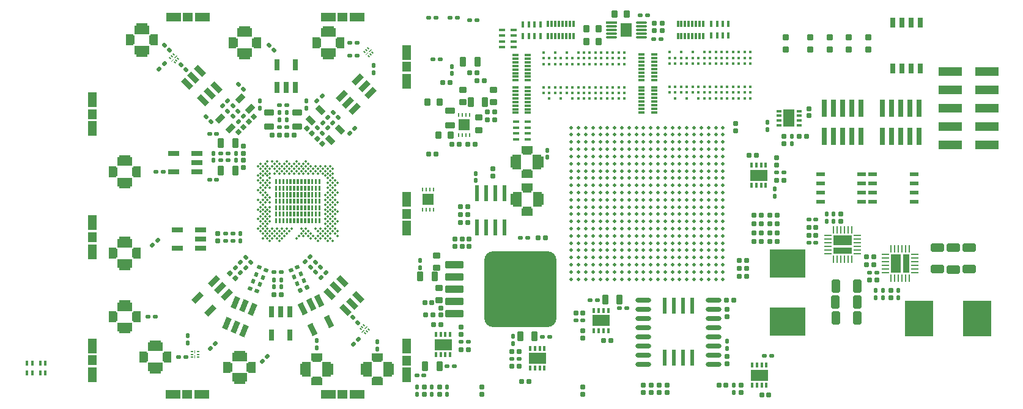
<source format=gtp>
G04 Layer_Color=8421504*
%FSLAX44Y44*%
%MOMM*%
G71*
G01*
G75*
%ADD18R,0.5500X2.2000*%
%ADD19C,0.3500*%
%ADD20R,0.2000X0.2000*%
G04:AMPARAMS|DCode=21|XSize=1mm|YSize=0.9mm|CornerRadius=0.1125mm|HoleSize=0mm|Usage=FLASHONLY|Rotation=0.000|XOffset=0mm|YOffset=0mm|HoleType=Round|Shape=RoundedRectangle|*
%AMROUNDEDRECTD21*
21,1,1.0000,0.6750,0,0,0.0*
21,1,0.7750,0.9000,0,0,0.0*
1,1,0.2250,0.3875,-0.3375*
1,1,0.2250,-0.3875,-0.3375*
1,1,0.2250,-0.3875,0.3375*
1,1,0.2250,0.3875,0.3375*
%
%ADD21ROUNDEDRECTD21*%
G04:AMPARAMS|DCode=22|XSize=1.6mm|YSize=0.3mm|CornerRadius=0.0375mm|HoleSize=0mm|Usage=FLASHONLY|Rotation=0.000|XOffset=0mm|YOffset=0mm|HoleType=Round|Shape=RoundedRectangle|*
%AMROUNDEDRECTD22*
21,1,1.6000,0.2250,0,0,0.0*
21,1,1.5250,0.3000,0,0,0.0*
1,1,0.0750,0.7625,-0.1125*
1,1,0.0750,-0.7625,-0.1125*
1,1,0.0750,-0.7625,0.1125*
1,1,0.0750,0.7625,0.1125*
%
%ADD22ROUNDEDRECTD22*%
%ADD23O,1.6000X0.3000*%
G04:AMPARAMS|DCode=24|XSize=1.6mm|YSize=1.9mm|CornerRadius=0.2mm|HoleSize=0mm|Usage=FLASHONLY|Rotation=180.000|XOffset=0mm|YOffset=0mm|HoleType=Round|Shape=RoundedRectangle|*
%AMROUNDEDRECTD24*
21,1,1.6000,1.5000,0,0,180.0*
21,1,1.2000,1.9000,0,0,180.0*
1,1,0.4000,-0.6000,0.7500*
1,1,0.4000,0.6000,0.7500*
1,1,0.4000,0.6000,-0.7500*
1,1,0.4000,-0.6000,-0.7500*
%
%ADD24ROUNDEDRECTD24*%
%ADD25R,2.3500X1.6000*%
%ADD26R,0.3000X0.7000*%
%ADD27R,0.7000X0.3000*%
%ADD28R,1.6000X2.3500*%
G04:AMPARAMS|DCode=29|XSize=0.6mm|YSize=0.6mm|CornerRadius=0.06mm|HoleSize=0mm|Usage=FLASHONLY|Rotation=0.000|XOffset=0mm|YOffset=0mm|HoleType=Round|Shape=RoundedRectangle|*
%AMROUNDEDRECTD29*
21,1,0.6000,0.4800,0,0,0.0*
21,1,0.4800,0.6000,0,0,0.0*
1,1,0.1200,0.2400,-0.2400*
1,1,0.1200,-0.2400,-0.2400*
1,1,0.1200,-0.2400,0.2400*
1,1,0.1200,0.2400,0.2400*
%
%ADD29ROUNDEDRECTD29*%
%ADD30R,1.0000X1.5500*%
%ADD31R,1.6000X1.2000*%
%ADD32R,1.2000X1.2000*%
%ADD33R,2.1500X1.2000*%
G04:AMPARAMS|DCode=34|XSize=0.5mm|YSize=0.6mm|CornerRadius=0.05mm|HoleSize=0mm|Usage=FLASHONLY|Rotation=180.000|XOffset=0mm|YOffset=0mm|HoleType=Round|Shape=RoundedRectangle|*
%AMROUNDEDRECTD34*
21,1,0.5000,0.5000,0,0,180.0*
21,1,0.4000,0.6000,0,0,180.0*
1,1,0.1000,-0.2000,0.2500*
1,1,0.1000,0.2000,0.2500*
1,1,0.1000,0.2000,-0.2500*
1,1,0.1000,-0.2000,-0.2500*
%
%ADD34ROUNDEDRECTD34*%
G04:AMPARAMS|DCode=35|XSize=0.5mm|YSize=0.6mm|CornerRadius=0.05mm|HoleSize=0mm|Usage=FLASHONLY|Rotation=90.000|XOffset=0mm|YOffset=0mm|HoleType=Round|Shape=RoundedRectangle|*
%AMROUNDEDRECTD35*
21,1,0.5000,0.5000,0,0,90.0*
21,1,0.4000,0.6000,0,0,90.0*
1,1,0.1000,0.2500,0.2000*
1,1,0.1000,0.2500,-0.2000*
1,1,0.1000,-0.2500,-0.2000*
1,1,0.1000,-0.2500,0.2000*
%
%ADD35ROUNDEDRECTD35*%
G04:AMPARAMS|DCode=36|XSize=0.6mm|YSize=0.6mm|CornerRadius=0.06mm|HoleSize=0mm|Usage=FLASHONLY|Rotation=270.000|XOffset=0mm|YOffset=0mm|HoleType=Round|Shape=RoundedRectangle|*
%AMROUNDEDRECTD36*
21,1,0.6000,0.4800,0,0,270.0*
21,1,0.4800,0.6000,0,0,270.0*
1,1,0.1200,-0.2400,-0.2400*
1,1,0.1200,-0.2400,0.2400*
1,1,0.1200,0.2400,0.2400*
1,1,0.1200,0.2400,-0.2400*
%
%ADD36ROUNDEDRECTD36*%
G04:AMPARAMS|DCode=37|XSize=1.3mm|YSize=0.8mm|CornerRadius=0.1mm|HoleSize=0mm|Usage=FLASHONLY|Rotation=90.000|XOffset=0mm|YOffset=0mm|HoleType=Round|Shape=RoundedRectangle|*
%AMROUNDEDRECTD37*
21,1,1.3000,0.6000,0,0,90.0*
21,1,1.1000,0.8000,0,0,90.0*
1,1,0.2000,0.3000,0.5500*
1,1,0.2000,0.3000,-0.5500*
1,1,0.2000,-0.3000,-0.5500*
1,1,0.2000,-0.3000,0.5500*
%
%ADD37ROUNDEDRECTD37*%
%ADD38R,0.2500X0.6250*%
%ADD39R,1.6000X1.6000*%
G04:AMPARAMS|DCode=40|XSize=2.5mm|YSize=1.1mm|CornerRadius=0.1375mm|HoleSize=0mm|Usage=FLASHONLY|Rotation=180.000|XOffset=0mm|YOffset=0mm|HoleType=Round|Shape=RoundedRectangle|*
%AMROUNDEDRECTD40*
21,1,2.5000,0.8250,0,0,180.0*
21,1,2.2250,1.1000,0,0,180.0*
1,1,0.2750,-1.1125,0.4125*
1,1,0.2750,1.1125,0.4125*
1,1,0.2750,1.1125,-0.4125*
1,1,0.2750,-1.1125,-0.4125*
%
%ADD40ROUNDEDRECTD40*%
G04:AMPARAMS|DCode=41|XSize=10mm|YSize=10.5mm|CornerRadius=1.25mm|HoleSize=0mm|Usage=FLASHONLY|Rotation=180.000|XOffset=0mm|YOffset=0mm|HoleType=Round|Shape=RoundedRectangle|*
%AMROUNDEDRECTD41*
21,1,10.0000,8.0000,0,0,180.0*
21,1,7.5000,10.5000,0,0,180.0*
1,1,2.5000,-3.7500,4.0000*
1,1,2.5000,3.7500,4.0000*
1,1,2.5000,3.7500,-4.0000*
1,1,2.5000,-3.7500,-4.0000*
%
%ADD41ROUNDEDRECTD41*%
%ADD42R,0.9000X2.5500*%
%ADD43R,1.4000X2.5500*%
%ADD44R,1.0000X0.2500*%
%ADD45R,0.2500X1.0000*%
G04:AMPARAMS|DCode=46|XSize=1.8mm|YSize=1.15mm|CornerRadius=0.1437mm|HoleSize=0mm|Usage=FLASHONLY|Rotation=0.000|XOffset=0mm|YOffset=0mm|HoleType=Round|Shape=RoundedRectangle|*
%AMROUNDEDRECTD46*
21,1,1.8000,0.8625,0,0,0.0*
21,1,1.5125,1.1500,0,0,0.0*
1,1,0.2875,0.7562,-0.4313*
1,1,0.2875,-0.7562,-0.4313*
1,1,0.2875,-0.7562,0.4313*
1,1,0.2875,0.7562,0.4313*
%
%ADD46ROUNDEDRECTD46*%
G04:AMPARAMS|DCode=47|XSize=1.3mm|YSize=0.8mm|CornerRadius=0.1mm|HoleSize=0mm|Usage=FLASHONLY|Rotation=180.000|XOffset=0mm|YOffset=0mm|HoleType=Round|Shape=RoundedRectangle|*
%AMROUNDEDRECTD47*
21,1,1.3000,0.6000,0,0,180.0*
21,1,1.1000,0.8000,0,0,180.0*
1,1,0.2000,-0.5500,0.3000*
1,1,0.2000,0.5500,0.3000*
1,1,0.2000,0.5500,-0.3000*
1,1,0.2000,-0.5500,-0.3000*
%
%ADD47ROUNDEDRECTD47*%
G04:AMPARAMS|DCode=48|XSize=1.3mm|YSize=0.8mm|CornerRadius=0.1mm|HoleSize=0mm|Usage=FLASHONLY|Rotation=225.000|XOffset=0mm|YOffset=0mm|HoleType=Round|Shape=RoundedRectangle|*
%AMROUNDEDRECTD48*
21,1,1.3000,0.6000,0,0,225.0*
21,1,1.1000,0.8000,0,0,225.0*
1,1,0.2000,-0.6010,-0.1768*
1,1,0.2000,0.1768,0.6010*
1,1,0.2000,0.6010,0.1768*
1,1,0.2000,-0.1768,-0.6010*
%
%ADD48ROUNDEDRECTD48*%
G04:AMPARAMS|DCode=49|XSize=1.3mm|YSize=0.8mm|CornerRadius=0.1mm|HoleSize=0mm|Usage=FLASHONLY|Rotation=135.000|XOffset=0mm|YOffset=0mm|HoleType=Round|Shape=RoundedRectangle|*
%AMROUNDEDRECTD49*
21,1,1.3000,0.6000,0,0,135.0*
21,1,1.1000,0.8000,0,0,135.0*
1,1,0.2000,-0.1768,0.6010*
1,1,0.2000,0.6010,-0.1768*
1,1,0.2000,0.1768,-0.6010*
1,1,0.2000,-0.6010,0.1768*
%
%ADD49ROUNDEDRECTD49*%
G04:AMPARAMS|DCode=50|XSize=0.5mm|YSize=0.6mm|CornerRadius=0.05mm|HoleSize=0mm|Usage=FLASHONLY|Rotation=247.500|XOffset=0mm|YOffset=0mm|HoleType=Round|Shape=RoundedRectangle|*
%AMROUNDEDRECTD50*
21,1,0.5000,0.5000,0,0,247.5*
21,1,0.4000,0.6000,0,0,247.5*
1,1,0.1000,-0.3075,-0.0891*
1,1,0.1000,-0.1544,0.2804*
1,1,0.1000,0.3075,0.0891*
1,1,0.1000,0.1544,-0.2804*
%
%ADD50ROUNDEDRECTD50*%
%ADD51R,2.5500X0.9000*%
%ADD52R,2.5500X1.4000*%
%ADD53R,4.0000X5.0000*%
G04:AMPARAMS|DCode=54|XSize=0.5mm|YSize=0.6mm|CornerRadius=0.05mm|HoleSize=0mm|Usage=FLASHONLY|Rotation=45.000|XOffset=0mm|YOffset=0mm|HoleType=Round|Shape=RoundedRectangle|*
%AMROUNDEDRECTD54*
21,1,0.5000,0.5000,0,0,45.0*
21,1,0.4000,0.6000,0,0,45.0*
1,1,0.1000,0.3182,-0.0354*
1,1,0.1000,0.0354,-0.3182*
1,1,0.1000,-0.3182,0.0354*
1,1,0.1000,-0.0354,0.3182*
%
%ADD54ROUNDEDRECTD54*%
%ADD55R,1.5500X1.0000*%
%ADD56R,1.2000X1.6000*%
%ADD57R,1.2000X1.2000*%
%ADD58R,1.2000X2.1500*%
G04:AMPARAMS|DCode=59|XSize=0.5mm|YSize=0.6mm|CornerRadius=0.05mm|HoleSize=0mm|Usage=FLASHONLY|Rotation=157.500|XOffset=0mm|YOffset=0mm|HoleType=Round|Shape=RoundedRectangle|*
%AMROUNDEDRECTD59*
21,1,0.5000,0.5000,0,0,157.5*
21,1,0.4000,0.6000,0,0,157.5*
1,1,0.1000,-0.0891,0.3075*
1,1,0.1000,0.2804,0.1544*
1,1,0.1000,0.0891,-0.3075*
1,1,0.1000,-0.2804,-0.1544*
%
%ADD59ROUNDEDRECTD59*%
G04:AMPARAMS|DCode=60|XSize=0.6mm|YSize=0.6mm|CornerRadius=0.06mm|HoleSize=0mm|Usage=FLASHONLY|Rotation=45.000|XOffset=0mm|YOffset=0mm|HoleType=Round|Shape=RoundedRectangle|*
%AMROUNDEDRECTD60*
21,1,0.6000,0.4800,0,0,45.0*
21,1,0.4800,0.6000,0,0,45.0*
1,1,0.1200,0.3394,0.0000*
1,1,0.1200,0.0000,-0.3394*
1,1,0.1200,-0.3394,0.0000*
1,1,0.1200,0.0000,0.3394*
%
%ADD60ROUNDEDRECTD60*%
G04:AMPARAMS|DCode=61|XSize=0.5mm|YSize=0.6mm|CornerRadius=0.05mm|HoleSize=0mm|Usage=FLASHONLY|Rotation=315.000|XOffset=0mm|YOffset=0mm|HoleType=Round|Shape=RoundedRectangle|*
%AMROUNDEDRECTD61*
21,1,0.5000,0.5000,0,0,315.0*
21,1,0.4000,0.6000,0,0,315.0*
1,1,0.1000,-0.0354,-0.3182*
1,1,0.1000,-0.3182,-0.0354*
1,1,0.1000,0.0354,0.3182*
1,1,0.1000,0.3182,0.0354*
%
%ADD61ROUNDEDRECTD61*%
G04:AMPARAMS|DCode=62|XSize=0.5mm|YSize=0.6mm|CornerRadius=0.05mm|HoleSize=0mm|Usage=FLASHONLY|Rotation=205.000|XOffset=0mm|YOffset=0mm|HoleType=Round|Shape=RoundedRectangle|*
%AMROUNDEDRECTD62*
21,1,0.5000,0.5000,0,0,205.0*
21,1,0.4000,0.6000,0,0,205.0*
1,1,0.1000,-0.2869,0.1421*
1,1,0.1000,0.0756,0.3111*
1,1,0.1000,0.2869,-0.1421*
1,1,0.1000,-0.0756,-0.3111*
%
%ADD62ROUNDEDRECTD62*%
G04:AMPARAMS|DCode=63|XSize=0.5mm|YSize=0.6mm|CornerRadius=0.05mm|HoleSize=0mm|Usage=FLASHONLY|Rotation=295.000|XOffset=0mm|YOffset=0mm|HoleType=Round|Shape=RoundedRectangle|*
%AMROUNDEDRECTD63*
21,1,0.5000,0.5000,0,0,295.0*
21,1,0.4000,0.6000,0,0,295.0*
1,1,0.1000,-0.1421,-0.2869*
1,1,0.1000,-0.3111,0.0756*
1,1,0.1000,0.1421,0.2869*
1,1,0.1000,0.3111,-0.0756*
%
%ADD63ROUNDEDRECTD63*%
G04:AMPARAMS|DCode=64|XSize=0.6mm|YSize=0.6mm|CornerRadius=0.06mm|HoleSize=0mm|Usage=FLASHONLY|Rotation=135.000|XOffset=0mm|YOffset=0mm|HoleType=Round|Shape=RoundedRectangle|*
%AMROUNDEDRECTD64*
21,1,0.6000,0.4800,0,0,135.0*
21,1,0.4800,0.6000,0,0,135.0*
1,1,0.1200,0.0000,0.3394*
1,1,0.1200,0.3394,0.0000*
1,1,0.1200,0.0000,-0.3394*
1,1,0.1200,-0.3394,0.0000*
%
%ADD64ROUNDEDRECTD64*%
G04:AMPARAMS|DCode=65|XSize=0.76mm|YSize=1.65mm|CornerRadius=0mm|HoleSize=0mm|Usage=FLASHONLY|Rotation=45.000|XOffset=0mm|YOffset=0mm|HoleType=Round|Shape=Rectangle|*
%AMROTATEDRECTD65*
4,1,4,0.3147,-0.8521,-0.8521,0.3147,-0.3147,0.8521,0.8521,-0.3147,0.3147,-0.8521,0.0*
%
%ADD65ROTATEDRECTD65*%

%ADD66R,1.6500X0.7600*%
G04:AMPARAMS|DCode=67|XSize=0.76mm|YSize=1.65mm|CornerRadius=0mm|HoleSize=0mm|Usage=FLASHONLY|Rotation=135.000|XOffset=0mm|YOffset=0mm|HoleType=Round|Shape=Rectangle|*
%AMROTATEDRECTD67*
4,1,4,0.8521,0.3147,-0.3147,-0.8521,-0.8521,-0.3147,0.3147,0.8521,0.8521,0.3147,0.0*
%
%ADD67ROTATEDRECTD67*%

%ADD68R,0.7600X1.6500*%
G04:AMPARAMS|DCode=69|XSize=1.8mm|YSize=1.15mm|CornerRadius=0.1437mm|HoleSize=0mm|Usage=FLASHONLY|Rotation=270.000|XOffset=0mm|YOffset=0mm|HoleType=Round|Shape=RoundedRectangle|*
%AMROUNDEDRECTD69*
21,1,1.8000,0.8625,0,0,270.0*
21,1,1.5125,1.1500,0,0,270.0*
1,1,0.2875,-0.4313,-0.7562*
1,1,0.2875,-0.4313,0.7562*
1,1,0.2875,0.4313,0.7562*
1,1,0.2875,0.4313,-0.7562*
%
%ADD69ROUNDEDRECTD69*%
%ADD70O,2.2000X0.6000*%
%ADD73R,3.2004X1.2700*%
G04:AMPARAMS|DCode=74|XSize=0.7mm|YSize=0.4mm|CornerRadius=0.05mm|HoleSize=0mm|Usage=FLASHONLY|Rotation=270.000|XOffset=0mm|YOffset=0mm|HoleType=Round|Shape=RoundedRectangle|*
%AMROUNDEDRECTD74*
21,1,0.7000,0.3000,0,0,270.0*
21,1,0.6000,0.4000,0,0,270.0*
1,1,0.1000,-0.1500,-0.3000*
1,1,0.1000,-0.1500,0.3000*
1,1,0.1000,0.1500,0.3000*
1,1,0.1000,0.1500,-0.3000*
%
%ADD74ROUNDEDRECTD74*%
%ADD75R,0.7500X2.4000*%
G04:AMPARAMS|DCode=76|XSize=1mm|YSize=0.9mm|CornerRadius=0.1125mm|HoleSize=0mm|Usage=FLASHONLY|Rotation=90.000|XOffset=0mm|YOffset=0mm|HoleType=Round|Shape=RoundedRectangle|*
%AMROUNDEDRECTD76*
21,1,1.0000,0.6750,0,0,90.0*
21,1,0.7750,0.9000,0,0,90.0*
1,1,0.2250,0.3375,0.3875*
1,1,0.2250,0.3375,-0.3875*
1,1,0.2250,-0.3375,-0.3875*
1,1,0.2250,-0.3375,0.3875*
%
%ADD76ROUNDEDRECTD76*%
%ADD77C,0.5000*%
%ADD78R,5.0000X4.0000*%
G04:AMPARAMS|DCode=79|XSize=0.8mm|YSize=0.8mm|CornerRadius=0.1mm|HoleSize=0mm|Usage=FLASHONLY|Rotation=90.000|XOffset=0mm|YOffset=0mm|HoleType=Round|Shape=RoundedRectangle|*
%AMROUNDEDRECTD79*
21,1,0.8000,0.6000,0,0,90.0*
21,1,0.6000,0.8000,0,0,90.0*
1,1,0.2000,0.3000,0.3000*
1,1,0.2000,0.3000,-0.3000*
1,1,0.2000,-0.3000,-0.3000*
1,1,0.2000,-0.3000,0.3000*
%
%ADD79ROUNDEDRECTD79*%
%ADD80R,0.8000X1.4000*%
%ADD82R,1.2000X0.5000*%
%ADD83R,0.9500X0.4000*%
%ADD84R,0.4000X0.9500*%
%ADD85C,0.4500*%
%ADD86R,0.9500X0.3500*%
%ADD87R,0.3500X0.9500*%
%ADD88R,1.4000X1.3000*%
%ADD89R,2.0000X1.3000*%
%ADD90R,1.3000X1.4000*%
%ADD91R,1.3000X2.0000*%
%ADD92R,0.2500X0.6000*%
%ADD93R,1.5000X1.6000*%
G04:AMPARAMS|DCode=94|XSize=0.76mm|YSize=1.65mm|CornerRadius=0mm|HoleSize=0mm|Usage=FLASHONLY|Rotation=205.000|XOffset=0mm|YOffset=0mm|HoleType=Round|Shape=Rectangle|*
%AMROTATEDRECTD94*
4,1,4,-0.0043,0.9083,0.6931,-0.5871,0.0043,-0.9083,-0.6931,0.5871,-0.0043,0.9083,0.0*
%
%ADD94ROTATEDRECTD94*%

G04:AMPARAMS|DCode=95|XSize=0.76mm|YSize=1.65mm|CornerRadius=0mm|HoleSize=0mm|Usage=FLASHONLY|Rotation=337.500|XOffset=0mm|YOffset=0mm|HoleType=Round|Shape=Rectangle|*
%AMROTATEDRECTD95*
4,1,4,-0.6668,-0.6168,-0.0354,0.9076,0.6668,0.6168,0.0354,-0.9076,-0.6668,-0.6168,0.0*
%
%ADD95ROTATEDRECTD95*%

G04:AMPARAMS|DCode=96|XSize=0.6mm|YSize=0.6mm|CornerRadius=0.06mm|HoleSize=0mm|Usage=FLASHONLY|Rotation=295.000|XOffset=0mm|YOffset=0mm|HoleType=Round|Shape=RoundedRectangle|*
%AMROUNDEDRECTD96*
21,1,0.6000,0.4800,0,0,295.0*
21,1,0.4800,0.6000,0,0,295.0*
1,1,0.1200,-0.1161,-0.3189*
1,1,0.1200,-0.3189,0.1161*
1,1,0.1200,0.1161,0.3189*
1,1,0.1200,0.3189,-0.1161*
%
%ADD96ROUNDEDRECTD96*%
G04:AMPARAMS|DCode=97|XSize=0.35mm|YSize=0.15mm|CornerRadius=0mm|HoleSize=0mm|Usage=FLASHONLY|Rotation=315.000|XOffset=0mm|YOffset=0mm|HoleType=Round|Shape=Rectangle|*
%AMROTATEDRECTD97*
4,1,4,-0.1768,0.0707,-0.0707,0.1768,0.1768,-0.0707,0.0707,-0.1768,-0.1768,0.0707,0.0*
%
%ADD97ROTATEDRECTD97*%

%ADD98R,0.3500X0.1500*%
G36*
X368340Y401617D02*
X365340D01*
Y408617D01*
X368340D01*
Y401617D01*
D02*
G37*
G36*
X363340D02*
X360340D01*
Y408617D01*
X363340D01*
Y401617D01*
D02*
G37*
G36*
X358340D02*
X355340D01*
Y408617D01*
X358340D01*
Y401617D01*
D02*
G37*
G36*
X383340D02*
X380340D01*
Y408617D01*
X383340D01*
Y401617D01*
D02*
G37*
G36*
X378340D02*
X375340D01*
Y408617D01*
X378340D01*
Y401617D01*
D02*
G37*
G36*
X373340D02*
X370340D01*
Y408617D01*
X373340D01*
Y401617D01*
D02*
G37*
G36*
X403340Y392617D02*
X400340D01*
Y399617D01*
X403340D01*
Y392617D01*
D02*
G37*
G36*
X398340D02*
X395340D01*
Y399617D01*
X398340D01*
Y392617D01*
D02*
G37*
G36*
X393340D02*
X390340D01*
Y399617D01*
X393340D01*
Y392617D01*
D02*
G37*
G36*
X353340Y401617D02*
X350340D01*
Y408617D01*
X353340D01*
Y401617D01*
D02*
G37*
G36*
X413340Y392617D02*
X410340D01*
Y399617D01*
X413340D01*
Y392617D01*
D02*
G37*
G36*
X408340D02*
X405340D01*
Y399617D01*
X408340D01*
Y392617D01*
D02*
G37*
G36*
X363340Y410617D02*
X360340D01*
Y417617D01*
X363340D01*
Y410617D01*
D02*
G37*
G36*
X358340D02*
X355340D01*
Y417617D01*
X358340D01*
Y410617D01*
D02*
G37*
G36*
X353340D02*
X350340D01*
Y417617D01*
X353340D01*
Y410617D01*
D02*
G37*
G36*
X378340D02*
X375340D01*
Y417617D01*
X378340D01*
Y410617D01*
D02*
G37*
G36*
X373340D02*
X370340D01*
Y417617D01*
X373340D01*
Y410617D01*
D02*
G37*
G36*
X368340D02*
X365340D01*
Y417617D01*
X368340D01*
Y410617D01*
D02*
G37*
G36*
X398340Y401617D02*
X395340D01*
Y408617D01*
X398340D01*
Y401617D01*
D02*
G37*
G36*
X393340D02*
X390340D01*
Y408617D01*
X393340D01*
Y401617D01*
D02*
G37*
G36*
X388340D02*
X385340D01*
Y408617D01*
X388340D01*
Y401617D01*
D02*
G37*
G36*
X413340D02*
X410340D01*
Y408617D01*
X413340D01*
Y401617D01*
D02*
G37*
G36*
X408340D02*
X405340D01*
Y408617D01*
X408340D01*
Y401617D01*
D02*
G37*
G36*
X403340D02*
X400340D01*
Y408617D01*
X403340D01*
Y401617D01*
D02*
G37*
G36*
X388340Y392617D02*
X385340D01*
Y399617D01*
X388340D01*
Y392617D01*
D02*
G37*
G36*
X373340Y383617D02*
X370340D01*
Y390617D01*
X373340D01*
Y383617D01*
D02*
G37*
G36*
X368340D02*
X365340D01*
Y390617D01*
X368340D01*
Y383617D01*
D02*
G37*
G36*
X363340D02*
X360340D01*
Y390617D01*
X363340D01*
Y383617D01*
D02*
G37*
G36*
X388340D02*
X385340D01*
Y390617D01*
X388340D01*
Y383617D01*
D02*
G37*
G36*
X383340D02*
X380340D01*
Y390617D01*
X383340D01*
Y383617D01*
D02*
G37*
G36*
X378340D02*
X375340D01*
Y390617D01*
X378340D01*
Y383617D01*
D02*
G37*
G36*
X473751Y235871D02*
X470393Y232512D01*
X469686Y233219D01*
X473044Y236578D01*
X473751Y235871D01*
D02*
G37*
G36*
X239750Y203000D02*
X238750D01*
Y207750D01*
X239750D01*
X239750Y203000D01*
D02*
G37*
G36*
X239750Y196250D02*
X238750D01*
Y201000D01*
X239750D01*
X239750Y196250D01*
D02*
G37*
G36*
X358340Y383617D02*
X355340D01*
Y390617D01*
X358340D01*
Y383617D01*
D02*
G37*
G36*
X353340D02*
X350340D01*
Y390617D01*
X353340D01*
Y383617D01*
D02*
G37*
G36*
X478524Y240644D02*
X475165Y237285D01*
X474459Y237992D01*
X477817Y241351D01*
X478524Y240644D01*
D02*
G37*
G36*
X368340Y392617D02*
X365340D01*
Y399617D01*
X368340D01*
Y392617D01*
D02*
G37*
G36*
X363340D02*
X360340D01*
Y399617D01*
X363340D01*
Y392617D01*
D02*
G37*
G36*
X358340D02*
X355340D01*
Y399617D01*
X358340D01*
Y392617D01*
D02*
G37*
G36*
X383340D02*
X380340D01*
Y399617D01*
X383340D01*
Y392617D01*
D02*
G37*
G36*
X378340D02*
X375340D01*
Y399617D01*
X378340D01*
Y392617D01*
D02*
G37*
G36*
X373340D02*
X370340D01*
Y399617D01*
X373340D01*
Y392617D01*
D02*
G37*
G36*
X403340Y383617D02*
X400340D01*
Y390617D01*
X403340D01*
Y383617D01*
D02*
G37*
G36*
X398340D02*
X395340D01*
Y390617D01*
X398340D01*
Y383617D01*
D02*
G37*
G36*
X393340D02*
X390340D01*
Y390617D01*
X393340D01*
Y383617D01*
D02*
G37*
G36*
X353340Y392617D02*
X350340D01*
Y399617D01*
X353340D01*
Y392617D01*
D02*
G37*
G36*
X413340Y383617D02*
X410340D01*
Y390617D01*
X413340D01*
Y383617D01*
D02*
G37*
G36*
X408340D02*
X405340D01*
Y390617D01*
X408340D01*
Y383617D01*
D02*
G37*
G36*
X383340Y410617D02*
X380340D01*
Y417617D01*
X383340D01*
Y410617D01*
D02*
G37*
G36*
X358340Y437617D02*
X355340D01*
Y444617D01*
X358340D01*
Y437617D01*
D02*
G37*
G36*
X353340D02*
X350340D01*
Y444617D01*
X353340D01*
Y437617D01*
D02*
G37*
G36*
X413340Y428617D02*
X410340D01*
Y435617D01*
X413340D01*
Y428617D01*
D02*
G37*
G36*
X373340Y437617D02*
X370340D01*
Y444617D01*
X373340D01*
Y437617D01*
D02*
G37*
G36*
X368340D02*
X365340D01*
Y444617D01*
X368340D01*
Y437617D01*
D02*
G37*
G36*
X363340D02*
X360340D01*
Y444617D01*
X363340D01*
Y437617D01*
D02*
G37*
G36*
X393340Y428617D02*
X390340D01*
Y435617D01*
X393340D01*
Y428617D01*
D02*
G37*
G36*
X388340D02*
X385340D01*
Y435617D01*
X388340D01*
Y428617D01*
D02*
G37*
G36*
X383340D02*
X380340D01*
Y435617D01*
X383340D01*
Y428617D01*
D02*
G37*
G36*
X408340D02*
X405340D01*
Y435617D01*
X408340D01*
Y428617D01*
D02*
G37*
G36*
X403340D02*
X400340D01*
Y435617D01*
X403340D01*
Y428617D01*
D02*
G37*
G36*
X398340D02*
X395340D01*
Y435617D01*
X398340D01*
Y428617D01*
D02*
G37*
G36*
X210310Y610776D02*
X206951Y607417D01*
X206244Y608124D01*
X209603Y611483D01*
X210310Y610776D01*
D02*
G37*
G36*
X413340Y437617D02*
X410340D01*
Y444617D01*
X413340D01*
Y437617D01*
D02*
G37*
G36*
X408340D02*
X405340D01*
Y444617D01*
X408340D01*
Y437617D01*
D02*
G37*
G36*
X483889Y624243D02*
X480530Y620884D01*
X479823Y621591D01*
X483182Y624950D01*
X483889Y624243D01*
D02*
G37*
G36*
X479116Y619470D02*
X475757Y616111D01*
X475050Y616818D01*
X478409Y620177D01*
X479116Y619470D01*
D02*
G37*
G36*
X215083Y615549D02*
X211724Y612190D01*
X211017Y612897D01*
X214376Y616256D01*
X215083Y615549D01*
D02*
G37*
G36*
X388340Y437617D02*
X385340D01*
Y444617D01*
X388340D01*
Y437617D01*
D02*
G37*
G36*
X383340D02*
X380340D01*
Y444617D01*
X383340D01*
Y437617D01*
D02*
G37*
G36*
X378340D02*
X375340D01*
Y444617D01*
X378340D01*
Y437617D01*
D02*
G37*
G36*
X403340D02*
X400340D01*
Y444617D01*
X403340D01*
Y437617D01*
D02*
G37*
G36*
X398340D02*
X395340D01*
Y444617D01*
X398340D01*
Y437617D01*
D02*
G37*
G36*
X393340D02*
X390340D01*
Y444617D01*
X393340D01*
Y437617D01*
D02*
G37*
G36*
X378340Y428617D02*
X375340D01*
Y435617D01*
X378340D01*
Y428617D01*
D02*
G37*
G36*
X363340Y419617D02*
X360340D01*
Y426617D01*
X363340D01*
Y419617D01*
D02*
G37*
G36*
X358340D02*
X355340D01*
Y426617D01*
X358340D01*
Y419617D01*
D02*
G37*
G36*
X353340D02*
X350340D01*
Y426617D01*
X353340D01*
Y419617D01*
D02*
G37*
G36*
X378340D02*
X375340D01*
Y426617D01*
X378340D01*
Y419617D01*
D02*
G37*
G36*
X373340D02*
X370340D01*
Y426617D01*
X373340D01*
Y419617D01*
D02*
G37*
G36*
X368340D02*
X365340D01*
Y426617D01*
X368340D01*
Y419617D01*
D02*
G37*
G36*
X398340Y410617D02*
X395340D01*
Y417617D01*
X398340D01*
Y410617D01*
D02*
G37*
G36*
X393340D02*
X390340D01*
Y417617D01*
X393340D01*
Y410617D01*
D02*
G37*
G36*
X388340D02*
X385340D01*
Y417617D01*
X388340D01*
Y410617D01*
D02*
G37*
G36*
X413340D02*
X410340D01*
Y417617D01*
X413340D01*
Y410617D01*
D02*
G37*
G36*
X408340D02*
X405340D01*
Y417617D01*
X408340D01*
Y410617D01*
D02*
G37*
G36*
X403340D02*
X400340D01*
Y417617D01*
X403340D01*
Y410617D01*
D02*
G37*
G36*
X358340Y428617D02*
X355340D01*
Y435617D01*
X358340D01*
Y428617D01*
D02*
G37*
G36*
X353340D02*
X350340D01*
Y435617D01*
X353340D01*
Y428617D01*
D02*
G37*
G36*
X413340Y419617D02*
X410340D01*
Y426617D01*
X413340D01*
Y419617D01*
D02*
G37*
G36*
X373340Y428617D02*
X370340D01*
Y435617D01*
X373340D01*
Y428617D01*
D02*
G37*
G36*
X368340D02*
X365340D01*
Y435617D01*
X368340D01*
Y428617D01*
D02*
G37*
G36*
X363340D02*
X360340D01*
Y435617D01*
X363340D01*
Y428617D01*
D02*
G37*
G36*
X393340Y419617D02*
X390340D01*
Y426617D01*
X393340D01*
Y419617D01*
D02*
G37*
G36*
X388340D02*
X385340D01*
Y426617D01*
X388340D01*
Y419617D01*
D02*
G37*
G36*
X383340D02*
X380340D01*
Y426617D01*
X383340D01*
Y419617D01*
D02*
G37*
G36*
X408340D02*
X405340D01*
Y426617D01*
X408340D01*
Y419617D01*
D02*
G37*
G36*
X403340D02*
X400340D01*
Y426617D01*
X403340D01*
Y419617D01*
D02*
G37*
G36*
X398340D02*
X395340D01*
Y426617D01*
X398340D01*
Y419617D01*
D02*
G37*
D18*
X928300Y269500D02*
D03*
X915600D02*
D03*
X902900D02*
D03*
X890200D02*
D03*
X928300Y197500D02*
D03*
X915600D02*
D03*
X902900D02*
D03*
X890200D02*
D03*
X667550Y425500D02*
D03*
X654850D02*
D03*
X642150D02*
D03*
X629450D02*
D03*
X667550Y377500D02*
D03*
X654850D02*
D03*
X642150D02*
D03*
X629450D02*
D03*
D19*
X393140Y469267D02*
D03*
X379820D02*
D03*
X366500D02*
D03*
X353180D02*
D03*
X346520D02*
D03*
X356510Y465937D02*
D03*
X363170D02*
D03*
X369830D02*
D03*
X376490D02*
D03*
X383150D02*
D03*
X389810D02*
D03*
X396470D02*
D03*
X349850D02*
D03*
X339860Y469267D02*
D03*
X346520Y462607D02*
D03*
X406460D02*
D03*
X399800D02*
D03*
X393140D02*
D03*
X386480D02*
D03*
X379820D02*
D03*
X373160D02*
D03*
X366500D02*
D03*
X359840D02*
D03*
X353180D02*
D03*
X403130Y459277D02*
D03*
X396470D02*
D03*
X389810D02*
D03*
X383150D02*
D03*
X376490D02*
D03*
X369830D02*
D03*
X363170D02*
D03*
X356510D02*
D03*
X349850D02*
D03*
X359840Y455947D02*
D03*
X353180D02*
D03*
X366500D02*
D03*
X373160D02*
D03*
X379820D02*
D03*
X386480D02*
D03*
X393140D02*
D03*
X399800D02*
D03*
X406460D02*
D03*
X329870Y452617D02*
D03*
X336530D02*
D03*
X343190D02*
D03*
X349850D02*
D03*
X356510D02*
D03*
X363170D02*
D03*
X369830D02*
D03*
X376490D02*
D03*
X383150D02*
D03*
X389810D02*
D03*
X396470D02*
D03*
X403130D02*
D03*
X409790D02*
D03*
X429770Y459277D02*
D03*
X426440Y462607D02*
D03*
X429770Y452617D02*
D03*
X426440Y455947D02*
D03*
X423110Y459277D02*
D03*
X419780Y462607D02*
D03*
X413120Y455947D02*
D03*
X409790Y459277D02*
D03*
X416450D02*
D03*
X413120Y462607D02*
D03*
X419780Y455947D02*
D03*
X423110Y452617D02*
D03*
X426440Y449287D02*
D03*
X433100Y442627D02*
D03*
X429770Y445957D02*
D03*
X436430Y439297D02*
D03*
X416450Y452617D02*
D03*
X419780Y449287D02*
D03*
X423110Y445957D02*
D03*
X429770Y439297D02*
D03*
X426440Y442627D02*
D03*
X433100Y435967D02*
D03*
X423110Y439297D02*
D03*
X426440Y435967D02*
D03*
X433100Y429307D02*
D03*
X429770Y432637D02*
D03*
X436430Y425977D02*
D03*
X423110Y432637D02*
D03*
X426440Y429307D02*
D03*
X433100Y422647D02*
D03*
X429770Y425977D02*
D03*
X423110Y425977D02*
D03*
X426440Y422647D02*
D03*
X433100Y415987D02*
D03*
X429770Y419317D02*
D03*
X436430Y412657D02*
D03*
X419780Y422647D02*
D03*
X423110Y419317D02*
D03*
X426440Y415987D02*
D03*
X433100Y409327D02*
D03*
X429770Y412657D02*
D03*
X419780Y415987D02*
D03*
X423110Y412657D02*
D03*
X426440Y409327D02*
D03*
X433100Y402667D02*
D03*
X429770Y405997D02*
D03*
X436430Y399337D02*
D03*
X419780Y409327D02*
D03*
X423110Y405997D02*
D03*
X426440Y402667D02*
D03*
X433100Y396007D02*
D03*
X429770Y399337D02*
D03*
X419780Y402667D02*
D03*
X423110Y399337D02*
D03*
X426440Y396007D02*
D03*
X433100Y389347D02*
D03*
X429770Y392677D02*
D03*
X436430Y386017D02*
D03*
X419780Y396007D02*
D03*
X423110Y392677D02*
D03*
X426440Y389347D02*
D03*
X433100Y382687D02*
D03*
X429770Y386017D02*
D03*
X419780Y389347D02*
D03*
X423110Y386017D02*
D03*
X426440Y382687D02*
D03*
X433100Y376027D02*
D03*
X429770Y379357D02*
D03*
X436430Y372697D02*
D03*
X419780Y382687D02*
D03*
X423110Y379357D02*
D03*
X426440Y376027D02*
D03*
X433100Y369367D02*
D03*
X429770Y372697D02*
D03*
X436430Y366037D02*
D03*
X419780Y376027D02*
D03*
X423110Y372697D02*
D03*
X426440Y369367D02*
D03*
X413120Y376027D02*
D03*
X416450Y372697D02*
D03*
X419780Y369367D02*
D03*
X426440Y362707D02*
D03*
X423110Y366037D02*
D03*
X429770Y359377D02*
D03*
X423110D02*
D03*
X416450Y366037D02*
D03*
X419780Y362707D02*
D03*
X413120Y369367D02*
D03*
X409790Y372697D02*
D03*
X406460Y376027D02*
D03*
X409790Y366037D02*
D03*
X413120Y362707D02*
D03*
X409790Y359377D02*
D03*
X406460Y362707D02*
D03*
X389810Y366037D02*
D03*
X403130D02*
D03*
X399800Y362707D02*
D03*
Y369367D02*
D03*
X396470Y366037D02*
D03*
X393140Y369367D02*
D03*
X396470Y372697D02*
D03*
X379820Y362707D02*
D03*
X383150Y366037D02*
D03*
X386480Y369367D02*
D03*
X389810Y372697D02*
D03*
X393140Y376027D02*
D03*
X386480D02*
D03*
X333200Y362707D02*
D03*
X339860Y462607D02*
D03*
X343190Y459277D02*
D03*
X336530Y465937D02*
D03*
X329870D02*
D03*
X339860Y455947D02*
D03*
X333200Y462607D02*
D03*
X336530Y459277D02*
D03*
X329870D02*
D03*
X326540Y462607D02*
D03*
X339860Y449287D02*
D03*
X343190Y445957D02*
D03*
X333200Y455947D02*
D03*
X339860Y442627D02*
D03*
X343190Y439297D02*
D03*
X333200Y449287D02*
D03*
X329870Y445957D02*
D03*
X326540Y449287D02*
D03*
X339860Y435967D02*
D03*
X343190Y432637D02*
D03*
X333200Y442627D02*
D03*
X336530Y439297D02*
D03*
X329870D02*
D03*
X326540Y442627D02*
D03*
X333200Y435967D02*
D03*
X336530Y432637D02*
D03*
X329870D02*
D03*
X339860Y422647D02*
D03*
X343190Y419317D02*
D03*
X333200Y429307D02*
D03*
X336530Y425977D02*
D03*
X329870D02*
D03*
X326540Y429307D02*
D03*
X339860Y415987D02*
D03*
X343190Y412657D02*
D03*
X333200Y422647D02*
D03*
X336530Y419317D02*
D03*
Y412657D02*
D03*
X333200Y415987D02*
D03*
X343190Y405997D02*
D03*
X336530D02*
D03*
X333200Y409327D02*
D03*
X343190Y399337D02*
D03*
X339860Y402667D02*
D03*
X326540Y415987D02*
D03*
X329870Y412657D02*
D03*
X339860Y396007D02*
D03*
X336530Y399337D02*
D03*
X343190Y392677D02*
D03*
X329870Y405997D02*
D03*
X333200Y402667D02*
D03*
X329870Y399337D02*
D03*
X326540Y402667D02*
D03*
X373160Y376027D02*
D03*
X369830Y372697D02*
D03*
X366500Y376027D02*
D03*
X359840D02*
D03*
X366500Y369367D02*
D03*
X363170Y372697D02*
D03*
X359840Y369367D02*
D03*
X363170Y366037D02*
D03*
X353180Y376027D02*
D03*
X356510Y372697D02*
D03*
X339860Y389347D02*
D03*
X343190Y386017D02*
D03*
X333200Y396007D02*
D03*
X336530Y392677D02*
D03*
X329870Y386017D02*
D03*
X326540Y389347D02*
D03*
X333200D02*
D03*
X329870Y392677D02*
D03*
X353180Y362707D02*
D03*
X356510Y359377D02*
D03*
Y366037D02*
D03*
X359840Y362707D02*
D03*
X339860Y382687D02*
D03*
X336530Y386017D02*
D03*
X346520Y376027D02*
D03*
X353180Y369367D02*
D03*
X349850Y372697D02*
D03*
X333200Y382687D02*
D03*
X336530Y379357D02*
D03*
X343190Y372697D02*
D03*
X339860Y376027D02*
D03*
X349850Y366037D02*
D03*
X346520Y369367D02*
D03*
X343190Y366037D02*
D03*
X346520Y362707D02*
D03*
X336530Y372697D02*
D03*
X339860Y369367D02*
D03*
X333200Y376027D02*
D03*
X329870Y379357D02*
D03*
X326540Y376027D02*
D03*
X329870Y372697D02*
D03*
X333200Y369367D02*
D03*
X336530Y366037D02*
D03*
X339860Y362707D02*
D03*
X343190Y359377D02*
D03*
D20*
X381590Y414617D02*
D03*
D21*
X652875Y568500D02*
D03*
X652875Y551500D02*
D03*
X577000Y294250D02*
D03*
Y277250D02*
D03*
X574250Y338500D02*
D03*
X574250Y321500D02*
D03*
X610000Y551250D02*
D03*
X610000Y568250D02*
D03*
X632000Y529750D02*
D03*
Y512750D02*
D03*
D22*
X815750Y661250D02*
D03*
D23*
Y656250D02*
D03*
Y651250D02*
D03*
Y646250D02*
D03*
Y641250D02*
D03*
X857750Y661250D02*
D03*
Y656250D02*
D03*
Y651250D02*
D03*
Y646250D02*
D03*
Y641250D02*
D03*
D24*
X836750Y651250D02*
D03*
D25*
X801750Y248750D02*
D03*
X1020875Y173250D02*
D03*
X713500Y196750D02*
D03*
X583000Y215500D02*
D03*
X1020000Y450000D02*
D03*
D26*
X792000Y262500D02*
D03*
X798500D02*
D03*
X805000D02*
D03*
X811500D02*
D03*
Y235000D02*
D03*
X805000D02*
D03*
X798500D02*
D03*
X792000D02*
D03*
X1011125Y159500D02*
D03*
X1017625D02*
D03*
X1024125D02*
D03*
X1030625D02*
D03*
Y187000D02*
D03*
X1024125D02*
D03*
X1017625D02*
D03*
X1011125D02*
D03*
X703750Y210500D02*
D03*
X710250D02*
D03*
X716750D02*
D03*
X723250D02*
D03*
Y183000D02*
D03*
X716750D02*
D03*
X710250D02*
D03*
X703750D02*
D03*
X592750Y201750D02*
D03*
X586250D02*
D03*
X579750D02*
D03*
X573250D02*
D03*
Y229250D02*
D03*
X579750D02*
D03*
X586250D02*
D03*
X592750D02*
D03*
X1029750Y463750D02*
D03*
X1023250D02*
D03*
X1016750D02*
D03*
X1010250D02*
D03*
Y436250D02*
D03*
X1016750D02*
D03*
X1023250D02*
D03*
X1029750D02*
D03*
D27*
X1075750Y519250D02*
D03*
Y525750D02*
D03*
Y532250D02*
D03*
Y538750D02*
D03*
X1048250D02*
D03*
Y532250D02*
D03*
Y525750D02*
D03*
Y519250D02*
D03*
D28*
X1062000Y529000D02*
D03*
D29*
X609250Y361500D02*
D03*
Y351500D02*
D03*
X976250Y264500D02*
D03*
Y254500D02*
D03*
X976000Y189250D02*
D03*
Y199250D02*
D03*
X776625Y224500D02*
D03*
Y234500D02*
D03*
X1202744Y290756D02*
D03*
Y280756D02*
D03*
X270710Y359213D02*
D03*
Y369213D02*
D03*
X988000Y521250D02*
D03*
Y511250D02*
D03*
X776500Y156500D02*
D03*
Y146500D02*
D03*
X636500Y156500D02*
D03*
Y146500D02*
D03*
X599500Y361500D02*
D03*
Y351500D02*
D03*
X1045125Y474250D02*
D03*
Y464250D02*
D03*
X608125Y239750D02*
D03*
Y229750D02*
D03*
X1089250Y532250D02*
D03*
Y542250D02*
D03*
X1055250Y493875D02*
D03*
X1055250Y503875D02*
D03*
X995750Y149000D02*
D03*
Y159000D02*
D03*
X619250Y361500D02*
D03*
Y351500D02*
D03*
X886250Y650750D02*
D03*
Y660750D02*
D03*
X875250Y650750D02*
D03*
Y660750D02*
D03*
X579500Y256250D02*
D03*
Y266250D02*
D03*
X557000Y146500D02*
D03*
Y156500D02*
D03*
X578000Y146500D02*
D03*
Y156500D02*
D03*
X652250Y448750D02*
D03*
Y458750D02*
D03*
X1133750Y396500D02*
D03*
Y386500D02*
D03*
X893000Y159500D02*
D03*
Y149500D02*
D03*
X882000Y159500D02*
D03*
Y149500D02*
D03*
X871000Y159500D02*
D03*
Y149500D02*
D03*
X860015Y159525D02*
D03*
Y149525D02*
D03*
X306296Y480523D02*
D03*
Y490523D02*
D03*
X306296Y470523D02*
D03*
Y460523D02*
D03*
D30*
X159507Y254007D02*
D03*
X125507D02*
D03*
X182750Y637250D02*
D03*
X148750Y637250D02*
D03*
X159500Y454750D02*
D03*
X125500Y454750D02*
D03*
X318000Y184000D02*
D03*
X284000D02*
D03*
X159500Y341750D02*
D03*
X125500D02*
D03*
X441250Y633750D02*
D03*
X407250D02*
D03*
X201250Y198500D02*
D03*
X167250Y198500D02*
D03*
X325500Y633600D02*
D03*
X291500D02*
D03*
D31*
X142507Y271007D02*
D03*
Y237007D02*
D03*
X165750Y654250D02*
D03*
X165750Y620250D02*
D03*
X142500Y471750D02*
D03*
X142500Y437750D02*
D03*
X301000Y201000D02*
D03*
Y167000D02*
D03*
X142500Y358750D02*
D03*
Y324750D02*
D03*
X424250Y650750D02*
D03*
Y616750D02*
D03*
X184250Y215500D02*
D03*
X184250Y181500D02*
D03*
X308500Y650600D02*
D03*
Y616600D02*
D03*
D32*
X126507Y254007D02*
D03*
X158507D02*
D03*
X149750Y637250D02*
D03*
X181750D02*
D03*
X126500Y454750D02*
D03*
X158500Y454750D02*
D03*
X285000Y184000D02*
D03*
X317000Y184000D02*
D03*
X126500Y341750D02*
D03*
X158500D02*
D03*
X408250Y633750D02*
D03*
X440250D02*
D03*
X168250Y198500D02*
D03*
X200250D02*
D03*
X292500Y633600D02*
D03*
X324500D02*
D03*
D33*
X142507Y240007D02*
D03*
Y268007D02*
D03*
X165750Y623250D02*
D03*
X165750Y651250D02*
D03*
X142500Y440750D02*
D03*
X142500Y468750D02*
D03*
X301000Y170000D02*
D03*
Y198000D02*
D03*
X142500Y327750D02*
D03*
Y355750D02*
D03*
X424250Y619750D02*
D03*
Y647750D02*
D03*
X184250Y184500D02*
D03*
X184250Y212500D02*
D03*
X308500Y619600D02*
D03*
Y647600D02*
D03*
D34*
X976000Y220250D02*
D03*
Y210250D02*
D03*
X679750Y227250D02*
D03*
X679750Y217250D02*
D03*
X1213244Y290756D02*
D03*
Y280756D02*
D03*
X1123750Y386500D02*
D03*
Y396500D02*
D03*
X408000Y211250D02*
D03*
Y221250D02*
D03*
X393594Y552633D02*
D03*
Y542633D02*
D03*
X366445Y536911D02*
D03*
Y526911D02*
D03*
X348990Y295326D02*
D03*
Y305326D02*
D03*
X358990Y295326D02*
D03*
Y305326D02*
D03*
X295904Y470527D02*
D03*
Y480527D02*
D03*
X356445Y526911D02*
D03*
Y536911D02*
D03*
X329454Y552649D02*
D03*
Y542649D02*
D03*
X492164Y209000D02*
D03*
Y219000D02*
D03*
X302309Y359372D02*
D03*
Y369372D02*
D03*
X588500Y146500D02*
D03*
Y156500D02*
D03*
X1042500Y430750D02*
D03*
Y420750D02*
D03*
X1065750Y493875D02*
D03*
Y503875D02*
D03*
X1031750Y513250D02*
D03*
Y523250D02*
D03*
X985375Y149000D02*
D03*
Y159000D02*
D03*
X727250Y474750D02*
D03*
Y484750D02*
D03*
X551500Y332000D02*
D03*
Y322000D02*
D03*
X264796Y470523D02*
D03*
Y480523D02*
D03*
X628000Y452500D02*
D03*
Y442500D02*
D03*
X1182289Y280744D02*
D03*
Y290744D02*
D03*
X1192289Y280744D02*
D03*
X1192289Y290744D02*
D03*
X1113750Y396500D02*
D03*
Y386500D02*
D03*
X546500Y146500D02*
D03*
Y156500D02*
D03*
X567500Y146500D02*
D03*
Y156500D02*
D03*
X487000Y592000D02*
D03*
Y602000D02*
D03*
X229000Y218000D02*
D03*
Y228000D02*
D03*
X594750Y600750D02*
D03*
Y590750D02*
D03*
D35*
X688375Y195750D02*
D03*
X678375D02*
D03*
X556500Y172500D02*
D03*
X546500D02*
D03*
X608250Y219250D02*
D03*
X618250D02*
D03*
X827250Y265750D02*
D03*
X837250D02*
D03*
X776625Y248750D02*
D03*
X766625D02*
D03*
X1183244Y315256D02*
D03*
X1173244Y315256D02*
D03*
X1099250Y356500D02*
D03*
X1089250D02*
D03*
X348990Y315826D02*
D03*
X358990D02*
D03*
X356445Y516411D02*
D03*
X366445D02*
D03*
X281809Y359372D02*
D03*
X291809D02*
D03*
X281813Y369263D02*
D03*
X291813D02*
D03*
X356445Y547411D02*
D03*
X366445D02*
D03*
X259594Y507383D02*
D03*
X269594D02*
D03*
X866000Y671500D02*
D03*
X856000D02*
D03*
X1055125Y453750D02*
D03*
X1045125D02*
D03*
X874750Y638500D02*
D03*
X884750D02*
D03*
X1037625Y200250D02*
D03*
X1027625D02*
D03*
X572750Y668250D02*
D03*
X562750D02*
D03*
X592750Y668250D02*
D03*
X602750D02*
D03*
X700000Y363500D02*
D03*
X690000D02*
D03*
X285296Y470523D02*
D03*
X275296D02*
D03*
X275296Y480523D02*
D03*
X285296D02*
D03*
X588750Y185250D02*
D03*
X598750D02*
D03*
X720250Y225750D02*
D03*
X730250D02*
D03*
X796250Y277000D02*
D03*
X786250D02*
D03*
X629476Y664765D02*
D03*
X619476D02*
D03*
X1099250Y388500D02*
D03*
X1089250Y388500D02*
D03*
X259500Y443500D02*
D03*
X269500D02*
D03*
X195500Y454750D02*
D03*
X185500D02*
D03*
X464000Y633750D02*
D03*
X454000D02*
D03*
X454000Y616000D02*
D03*
X464000D02*
D03*
X184750Y254000D02*
D03*
X174750D02*
D03*
X226500Y198500D02*
D03*
X216500D02*
D03*
X578750Y610750D02*
D03*
X568750D02*
D03*
D36*
X688375Y185250D02*
D03*
X678375D02*
D03*
X691500Y164750D02*
D03*
X701500D02*
D03*
X678375Y206250D02*
D03*
X688375D02*
D03*
X557500Y273250D02*
D03*
X567500D02*
D03*
X766625Y259250D02*
D03*
X776625D02*
D03*
X805000Y221500D02*
D03*
X815000D02*
D03*
X1183244Y304756D02*
D03*
X1173244D02*
D03*
X1169494Y336756D02*
D03*
X1179494D02*
D03*
X1089250Y367000D02*
D03*
X1099250Y367000D02*
D03*
X346445Y505911D02*
D03*
X356445D02*
D03*
X376445Y505911D02*
D03*
X366445D02*
D03*
X975350Y277000D02*
D03*
X985350D02*
D03*
X1016750Y477250D02*
D03*
X1006750D02*
D03*
X1055125Y443250D02*
D03*
X1045125D02*
D03*
X1086250Y503875D02*
D03*
X1076250D02*
D03*
X1024125Y146000D02*
D03*
X1034125D02*
D03*
X618250Y208750D02*
D03*
X608250D02*
D03*
X569750Y242750D02*
D03*
X579750D02*
D03*
X964875Y159000D02*
D03*
X974875D02*
D03*
X616750Y384500D02*
D03*
X606750D02*
D03*
X616750Y395750D02*
D03*
X606750D02*
D03*
X558500Y256250D02*
D03*
X568500D02*
D03*
X1013750Y382500D02*
D03*
X1023750D02*
D03*
X1035750D02*
D03*
X1045750D02*
D03*
X1013750Y394500D02*
D03*
X1023750D02*
D03*
X1035750D02*
D03*
X1045750D02*
D03*
X1013750Y370500D02*
D03*
X1023750D02*
D03*
X1035750D02*
D03*
X1045750D02*
D03*
X1035750Y358500D02*
D03*
X1045750D02*
D03*
X1013750D02*
D03*
X1023750D02*
D03*
X616750Y406750D02*
D03*
X606750D02*
D03*
X1099250Y378000D02*
D03*
X1089250D02*
D03*
X993000Y310000D02*
D03*
X1003000D02*
D03*
X993000Y332000D02*
D03*
X1003000D02*
D03*
X993000Y321000D02*
D03*
X1003000D02*
D03*
X605250Y493000D02*
D03*
X595250D02*
D03*
X644250Y537500D02*
D03*
X654250D02*
D03*
X617000Y493000D02*
D03*
X627000D02*
D03*
X654250Y526500D02*
D03*
X644250D02*
D03*
X1169500Y325750D02*
D03*
X1179500D02*
D03*
X358990Y284826D02*
D03*
X348990D02*
D03*
X714500Y363750D02*
D03*
X724500D02*
D03*
X573000Y479500D02*
D03*
X563000D02*
D03*
X582250Y578000D02*
D03*
X592250D02*
D03*
X620000Y592000D02*
D03*
X630000D02*
D03*
X630000Y581000D02*
D03*
X640000D02*
D03*
D37*
X558000Y185500D02*
D03*
X578000D02*
D03*
X827250Y278000D02*
D03*
X807250D02*
D03*
X275197Y494620D02*
D03*
X295197D02*
D03*
X275204Y456170D02*
D03*
X295204D02*
D03*
X641125Y551500D02*
D03*
X621125D02*
D03*
X689750Y226750D02*
D03*
X709750Y226750D02*
D03*
X551500Y309750D02*
D03*
X571500D02*
D03*
X610500Y607250D02*
D03*
X630500Y607250D02*
D03*
D38*
X554500Y430250D02*
D03*
X559500D02*
D03*
X564500D02*
D03*
X569500D02*
D03*
Y402250D02*
D03*
X564500D02*
D03*
X559500D02*
D03*
X554500D02*
D03*
D39*
X562000Y416250D02*
D03*
D40*
X598860Y275100D02*
D03*
X598860Y292150D02*
D03*
X598860Y309200D02*
D03*
X598860Y326250D02*
D03*
Y258050D02*
D03*
D41*
X689860Y292150D02*
D03*
D42*
X1224244Y327756D02*
D03*
D43*
X1209744D02*
D03*
D44*
X1195744Y315256D02*
D03*
Y320256D02*
D03*
Y325256D02*
D03*
X1195744Y330256D02*
D03*
Y335256D02*
D03*
X1195744Y340256D02*
D03*
X1235744Y340256D02*
D03*
Y335256D02*
D03*
X1235744Y330256D02*
D03*
X1235744Y325256D02*
D03*
Y320256D02*
D03*
Y315256D02*
D03*
X1156250Y366500D02*
D03*
Y361500D02*
D03*
Y356500D02*
D03*
X1156250Y351500D02*
D03*
Y346500D02*
D03*
X1156250Y341500D02*
D03*
X1116250Y341500D02*
D03*
X1116250Y346500D02*
D03*
Y351500D02*
D03*
X1116250Y356500D02*
D03*
Y361500D02*
D03*
Y366500D02*
D03*
D45*
X1203244Y347756D02*
D03*
X1208244D02*
D03*
X1213244D02*
D03*
X1218244Y347756D02*
D03*
X1223244D02*
D03*
X1228244Y347756D02*
D03*
X1228244Y307756D02*
D03*
X1223244Y307756D02*
D03*
X1218244D02*
D03*
X1213244Y307756D02*
D03*
X1208244D02*
D03*
X1203244Y307756D02*
D03*
X1123750Y374000D02*
D03*
X1128750Y374000D02*
D03*
X1133750D02*
D03*
X1138750Y374000D02*
D03*
X1143750D02*
D03*
X1148750Y374000D02*
D03*
Y334000D02*
D03*
X1143750D02*
D03*
X1138750D02*
D03*
X1133750D02*
D03*
X1128750D02*
D03*
X1123750Y334000D02*
D03*
D46*
X1289528Y319699D02*
D03*
Y349699D02*
D03*
X1266994Y319756D02*
D03*
Y349756D02*
D03*
X1311789Y349744D02*
D03*
Y319744D02*
D03*
D47*
X380650Y537014D02*
D03*
Y517014D02*
D03*
X342200Y537007D02*
D03*
Y517007D02*
D03*
X592750Y539250D02*
D03*
X592750Y519250D02*
D03*
D48*
X274627Y528759D02*
D03*
X288769Y514617D02*
D03*
X301810Y555953D02*
D03*
X315952Y541811D02*
D03*
D49*
X413312Y539966D02*
D03*
X399170Y525824D02*
D03*
X440506Y512783D02*
D03*
X426364Y498641D02*
D03*
D50*
X337360Y318595D02*
D03*
X328121Y322421D02*
D03*
X325305Y289492D02*
D03*
X316066Y293319D02*
D03*
D51*
X1136250Y345500D02*
D03*
D52*
Y360000D02*
D03*
D53*
X1241789Y251494D02*
D03*
X1322289Y251494D02*
D03*
D54*
X197052Y630398D02*
D03*
X204123Y623327D02*
D03*
X254523Y530954D02*
D03*
X261594Y523883D02*
D03*
X299773Y576204D02*
D03*
X306844Y569133D02*
D03*
X291834Y545944D02*
D03*
X298905Y538873D02*
D03*
X284763Y538873D02*
D03*
X291834Y531802D02*
D03*
X413291Y322777D02*
D03*
X406220Y329848D02*
D03*
X316970Y329303D02*
D03*
X309899Y336374D02*
D03*
X406220Y315706D02*
D03*
X399149Y322777D02*
D03*
X465089Y245947D02*
D03*
X458018Y253018D02*
D03*
X437813Y530179D02*
D03*
X430742Y537250D02*
D03*
X408821Y515330D02*
D03*
X415892Y508259D02*
D03*
X226750Y595750D02*
D03*
X219679Y602821D02*
D03*
X349035Y623214D02*
D03*
X341964Y630285D02*
D03*
D55*
X408000Y198250D02*
D03*
X408000Y164250D02*
D03*
X492164Y198000D02*
D03*
Y164000D02*
D03*
X699500Y433250D02*
D03*
Y399250D02*
D03*
X699250Y451000D02*
D03*
Y485000D02*
D03*
D56*
X391000Y181250D02*
D03*
X425000Y181250D02*
D03*
X475164Y181000D02*
D03*
X509164D02*
D03*
X682500Y416250D02*
D03*
X716500D02*
D03*
X716250Y468000D02*
D03*
X682250D02*
D03*
D57*
X408000Y165250D02*
D03*
Y197250D02*
D03*
X492164Y165000D02*
D03*
Y197000D02*
D03*
X699500Y400250D02*
D03*
Y432250D02*
D03*
X699250Y484000D02*
D03*
Y452000D02*
D03*
D58*
X422000Y181250D02*
D03*
X394000Y181250D02*
D03*
X506164Y181000D02*
D03*
X478164D02*
D03*
X713500Y416250D02*
D03*
X685500D02*
D03*
X685250Y468000D02*
D03*
X713250D02*
D03*
D59*
X320084Y303020D02*
D03*
X323911Y312259D02*
D03*
X329323Y299193D02*
D03*
X333150Y308432D02*
D03*
D60*
X415539Y493763D02*
D03*
X408468Y500834D02*
D03*
X394326Y514976D02*
D03*
X401397Y507905D02*
D03*
X287974Y314562D02*
D03*
X295045Y307491D02*
D03*
D61*
X430388Y522754D02*
D03*
X423317Y515683D02*
D03*
X295399Y321987D02*
D03*
X302470Y329058D02*
D03*
X458863Y215679D02*
D03*
X465934Y222750D02*
D03*
X302470Y314915D02*
D03*
X309541Y321987D02*
D03*
X398796Y337272D02*
D03*
X391725Y330201D02*
D03*
X423317Y529826D02*
D03*
X416246Y522755D02*
D03*
X460665Y514954D02*
D03*
X453594Y507883D02*
D03*
X284410Y553368D02*
D03*
X277338Y546297D02*
D03*
X420716Y315352D02*
D03*
X413645Y308281D02*
D03*
X299259Y524377D02*
D03*
X306330Y531448D02*
D03*
X415347Y559947D02*
D03*
X408276Y552876D02*
D03*
X189983Y597167D02*
D03*
X197054Y604238D02*
D03*
X339700Y198950D02*
D03*
X332629Y191879D02*
D03*
X267750Y217000D02*
D03*
X260679Y209929D02*
D03*
X187760Y360061D02*
D03*
X180689Y352990D02*
D03*
D62*
X380860Y300009D02*
D03*
X376633Y309072D02*
D03*
X389923Y304235D02*
D03*
X385696Y313298D02*
D03*
D63*
X381263Y322706D02*
D03*
X372200Y318480D02*
D03*
D64*
X320830Y530986D02*
D03*
X313759Y523915D02*
D03*
X299617Y509773D02*
D03*
X306688Y516844D02*
D03*
D65*
X443452Y303506D02*
D03*
X434472Y294525D02*
D03*
X425491Y285545D02*
D03*
X447977Y263059D02*
D03*
X456958Y272039D02*
D03*
X465938Y281020D02*
D03*
X228367Y576380D02*
D03*
X237347Y585360D02*
D03*
X246327Y594341D02*
D03*
X268813Y571855D02*
D03*
X259833Y562874D02*
D03*
X250853Y553894D02*
D03*
D66*
X242122Y480223D02*
D03*
Y467523D02*
D03*
X242122Y454823D02*
D03*
X210322Y454823D02*
D03*
X210322Y480223D02*
D03*
X247209Y374072D02*
D03*
Y361372D02*
D03*
Y348672D02*
D03*
X215409D02*
D03*
Y374072D02*
D03*
D67*
X442338Y559736D02*
D03*
X451319Y550756D02*
D03*
X460299Y541776D02*
D03*
X482785Y564262D02*
D03*
X473805Y573242D02*
D03*
X464824Y582222D02*
D03*
X243002Y280479D02*
D03*
X260963Y262519D02*
D03*
X283449Y285005D02*
D03*
X274468Y293985D02*
D03*
X265488Y302965D02*
D03*
D68*
X378145Y571511D02*
D03*
X365445Y571511D02*
D03*
X352745D02*
D03*
Y603311D02*
D03*
X378145Y603311D02*
D03*
X345290Y260726D02*
D03*
X357990Y260726D02*
D03*
X370690D02*
D03*
X370690Y228926D02*
D03*
X345290D02*
D03*
D69*
X1156750Y252250D02*
D03*
X1126750D02*
D03*
X1126434Y274620D02*
D03*
X1156434D02*
D03*
X1126500Y296750D02*
D03*
X1156500D02*
D03*
D70*
X957250Y188300D02*
D03*
Y201000D02*
D03*
X957250Y213700D02*
D03*
X957250Y226400D02*
D03*
Y239100D02*
D03*
X957250Y251800D02*
D03*
X957250Y264500D02*
D03*
X860250Y188300D02*
D03*
Y201000D02*
D03*
X860250Y213700D02*
D03*
X860250Y226400D02*
D03*
Y239100D02*
D03*
X860250Y251800D02*
D03*
X860250Y264500D02*
D03*
X957250Y277200D02*
D03*
X860250D02*
D03*
D73*
X1285000Y593357D02*
D03*
X1336000D02*
D03*
X1285000Y567929D02*
D03*
X1336000Y567929D02*
D03*
X1285000Y542500D02*
D03*
X1336000D02*
D03*
X1285000Y517071D02*
D03*
X1336000Y517071D02*
D03*
X1285000Y491643D02*
D03*
X1336000D02*
D03*
D74*
X32500Y190000D02*
D03*
Y176000D02*
D03*
X25500Y176000D02*
D03*
Y190000D02*
D03*
X14000Y190000D02*
D03*
X14000Y176000D02*
D03*
X7000Y176000D02*
D03*
Y190000D02*
D03*
D75*
X1242000Y542750D02*
D03*
X1242000Y503750D02*
D03*
X1229250Y542750D02*
D03*
X1229250Y503750D02*
D03*
X1216500Y542750D02*
D03*
Y503750D02*
D03*
X1203750Y542750D02*
D03*
Y503750D02*
D03*
X1191000Y542750D02*
D03*
X1191000Y503750D02*
D03*
X1161500Y543000D02*
D03*
X1161500Y504000D02*
D03*
X1148750Y543000D02*
D03*
X1148750Y504000D02*
D03*
X1136000Y543000D02*
D03*
X1136000Y504000D02*
D03*
X1123250Y543000D02*
D03*
Y504000D02*
D03*
X1110500Y543000D02*
D03*
X1110500Y504000D02*
D03*
D76*
X576375Y505750D02*
D03*
X593375D02*
D03*
X561250Y551250D02*
D03*
X578250D02*
D03*
X781250Y652500D02*
D03*
X798250D02*
D03*
X781250Y635250D02*
D03*
X798250D02*
D03*
X820500Y673000D02*
D03*
X837500D02*
D03*
D77*
X760500Y516000D02*
D03*
X770500D02*
D03*
X780500D02*
D03*
X790500D02*
D03*
X800500D02*
D03*
X810500D02*
D03*
X820500D02*
D03*
X830500D02*
D03*
X840500D02*
D03*
X850500D02*
D03*
X860500D02*
D03*
X870500D02*
D03*
X880500D02*
D03*
X890500D02*
D03*
X900500D02*
D03*
X910500D02*
D03*
X920500D02*
D03*
X930500D02*
D03*
X940500D02*
D03*
X950500D02*
D03*
X960500D02*
D03*
X970500D02*
D03*
X760500Y506000D02*
D03*
X770500D02*
D03*
X780500D02*
D03*
X790500D02*
D03*
X800500D02*
D03*
X810500D02*
D03*
X820500D02*
D03*
X830500D02*
D03*
X840500D02*
D03*
X850500D02*
D03*
X860500D02*
D03*
X870500D02*
D03*
X880500D02*
D03*
X890500D02*
D03*
X900500D02*
D03*
X910500D02*
D03*
X920500D02*
D03*
X930500D02*
D03*
X940500D02*
D03*
X950500D02*
D03*
X960500D02*
D03*
X970500D02*
D03*
X760500Y496000D02*
D03*
X770500D02*
D03*
X780500D02*
D03*
X790500D02*
D03*
X800500D02*
D03*
X810500D02*
D03*
X820500D02*
D03*
X830500D02*
D03*
X840500D02*
D03*
X850500D02*
D03*
X860500D02*
D03*
X870500D02*
D03*
X880500D02*
D03*
X890500D02*
D03*
X900500D02*
D03*
X910500D02*
D03*
X920500D02*
D03*
X930500D02*
D03*
X940500D02*
D03*
X950500D02*
D03*
X960500D02*
D03*
X970500D02*
D03*
X760500Y486000D02*
D03*
X770500D02*
D03*
X780500D02*
D03*
X790500D02*
D03*
X800500D02*
D03*
X810500D02*
D03*
X820500D02*
D03*
X830500D02*
D03*
X840500D02*
D03*
X850500D02*
D03*
X860500D02*
D03*
X870500D02*
D03*
X880500D02*
D03*
X890500D02*
D03*
X900500D02*
D03*
X910500D02*
D03*
X920500D02*
D03*
X930500D02*
D03*
X940500D02*
D03*
X950500D02*
D03*
X960500D02*
D03*
X970500D02*
D03*
X760500Y476000D02*
D03*
X770500D02*
D03*
X780500D02*
D03*
X790500D02*
D03*
X800500D02*
D03*
X810500D02*
D03*
X820500D02*
D03*
X830500D02*
D03*
X840500D02*
D03*
X850500D02*
D03*
X860500D02*
D03*
X870500D02*
D03*
X880500D02*
D03*
X890500D02*
D03*
X900500D02*
D03*
X910500D02*
D03*
X920500D02*
D03*
X930500D02*
D03*
X940500D02*
D03*
X950500D02*
D03*
X960500D02*
D03*
X970500D02*
D03*
X760500Y466000D02*
D03*
X770500D02*
D03*
X780500D02*
D03*
X790500D02*
D03*
X800500D02*
D03*
X810500D02*
D03*
X820500D02*
D03*
X830500D02*
D03*
X840500D02*
D03*
X850500D02*
D03*
X860500D02*
D03*
X870500D02*
D03*
X880500D02*
D03*
X890500D02*
D03*
X900500D02*
D03*
X910500D02*
D03*
X920500D02*
D03*
X930500D02*
D03*
X940500D02*
D03*
X950500D02*
D03*
X960500D02*
D03*
X970500D02*
D03*
X760500Y456000D02*
D03*
X770500D02*
D03*
X780500D02*
D03*
X790500D02*
D03*
X800500D02*
D03*
X810500D02*
D03*
X820500D02*
D03*
X830500D02*
D03*
X840500D02*
D03*
X850500D02*
D03*
X860500D02*
D03*
X870500D02*
D03*
X880500D02*
D03*
X890500D02*
D03*
X900500D02*
D03*
X910500D02*
D03*
X920500D02*
D03*
X930500D02*
D03*
X940500D02*
D03*
X950500D02*
D03*
X960500D02*
D03*
X970500D02*
D03*
X760500Y446000D02*
D03*
X770500D02*
D03*
X780500D02*
D03*
X790500D02*
D03*
X800500D02*
D03*
X810500D02*
D03*
X820500D02*
D03*
X830500D02*
D03*
X840500D02*
D03*
X850500D02*
D03*
X860500D02*
D03*
X870500D02*
D03*
X880500D02*
D03*
X890500D02*
D03*
X900500D02*
D03*
X910500D02*
D03*
X920500D02*
D03*
X930500D02*
D03*
X940500D02*
D03*
X950500D02*
D03*
X960500D02*
D03*
X970500D02*
D03*
X760500Y436000D02*
D03*
X770500D02*
D03*
X780500D02*
D03*
X790500D02*
D03*
X800500D02*
D03*
X810500D02*
D03*
X820500D02*
D03*
X830500D02*
D03*
X840500D02*
D03*
X850500D02*
D03*
X860500D02*
D03*
X870500D02*
D03*
X880500D02*
D03*
X890500D02*
D03*
X900500D02*
D03*
X910500D02*
D03*
X920500D02*
D03*
X930500D02*
D03*
X940500D02*
D03*
X950500D02*
D03*
X960500D02*
D03*
X970500D02*
D03*
X760500Y426000D02*
D03*
X770500D02*
D03*
X780500D02*
D03*
X790500D02*
D03*
X800500D02*
D03*
X810500D02*
D03*
X820500D02*
D03*
X830500D02*
D03*
X840500D02*
D03*
X850500D02*
D03*
X860500D02*
D03*
X870500D02*
D03*
X880500D02*
D03*
X890500D02*
D03*
X900500D02*
D03*
X910500D02*
D03*
X920500D02*
D03*
X930500D02*
D03*
X940500D02*
D03*
X950500D02*
D03*
X960500D02*
D03*
X970500D02*
D03*
X760500Y416000D02*
D03*
X770500D02*
D03*
X780500D02*
D03*
X790500D02*
D03*
X800500D02*
D03*
X810500D02*
D03*
X820500D02*
D03*
X830500D02*
D03*
X840500D02*
D03*
X850500D02*
D03*
X860500D02*
D03*
X870500D02*
D03*
X880500D02*
D03*
X890500D02*
D03*
X900500D02*
D03*
X910500D02*
D03*
X920500D02*
D03*
X930500D02*
D03*
X940500D02*
D03*
X950500D02*
D03*
X960500D02*
D03*
X970500D02*
D03*
X760500Y406000D02*
D03*
X770500D02*
D03*
X780500D02*
D03*
X790500D02*
D03*
X800500D02*
D03*
X810500D02*
D03*
X820500D02*
D03*
X830500D02*
D03*
X840500D02*
D03*
X850500D02*
D03*
X860500D02*
D03*
X870500D02*
D03*
X880500D02*
D03*
X890500D02*
D03*
X900500D02*
D03*
X910500D02*
D03*
X920500D02*
D03*
X930500D02*
D03*
X940500D02*
D03*
X950500D02*
D03*
X960500D02*
D03*
X970500D02*
D03*
X760500Y396000D02*
D03*
X770500D02*
D03*
X780500D02*
D03*
X790500D02*
D03*
X800500D02*
D03*
X810500D02*
D03*
X820500D02*
D03*
X830500D02*
D03*
X840500D02*
D03*
X850500D02*
D03*
X860500D02*
D03*
X870500D02*
D03*
X880500D02*
D03*
X890500D02*
D03*
X900500D02*
D03*
X910500D02*
D03*
X920500D02*
D03*
X930500D02*
D03*
X940500D02*
D03*
X950500D02*
D03*
X960500D02*
D03*
X970500D02*
D03*
X760500Y386000D02*
D03*
X770500D02*
D03*
X780500D02*
D03*
X790500D02*
D03*
X800500D02*
D03*
X810500D02*
D03*
X820500D02*
D03*
X830500D02*
D03*
X840500D02*
D03*
X850500D02*
D03*
X860500D02*
D03*
X870500D02*
D03*
X880500D02*
D03*
X890500D02*
D03*
X900500D02*
D03*
X910500D02*
D03*
X920500D02*
D03*
X930500D02*
D03*
X940500D02*
D03*
X950500D02*
D03*
X960500D02*
D03*
X970500D02*
D03*
X760500Y376000D02*
D03*
X770500D02*
D03*
X780500D02*
D03*
X790500D02*
D03*
X800500D02*
D03*
X810500D02*
D03*
X820500D02*
D03*
X830500D02*
D03*
X840500D02*
D03*
X850500D02*
D03*
X860500D02*
D03*
X870500D02*
D03*
X880500D02*
D03*
X890500D02*
D03*
X900500D02*
D03*
X910500D02*
D03*
X920500D02*
D03*
X930500D02*
D03*
X940500D02*
D03*
X950500D02*
D03*
X960500D02*
D03*
X970500D02*
D03*
X760500Y366000D02*
D03*
X770500D02*
D03*
X780500D02*
D03*
X790500D02*
D03*
X800500D02*
D03*
X810500D02*
D03*
X820500D02*
D03*
X830500D02*
D03*
X840500D02*
D03*
X850500D02*
D03*
X860500D02*
D03*
X870500D02*
D03*
X880500D02*
D03*
X890500D02*
D03*
X900500D02*
D03*
X910500D02*
D03*
X920500D02*
D03*
X930500D02*
D03*
X940500D02*
D03*
X950500D02*
D03*
X960500D02*
D03*
X970500D02*
D03*
X760500Y356000D02*
D03*
X770500D02*
D03*
X780500D02*
D03*
X790500D02*
D03*
X800500D02*
D03*
X810500D02*
D03*
X820500D02*
D03*
X830500D02*
D03*
X840500D02*
D03*
X850500D02*
D03*
X860500D02*
D03*
X870500D02*
D03*
X880500D02*
D03*
X890500D02*
D03*
X900500D02*
D03*
X910500D02*
D03*
X920500D02*
D03*
X930500D02*
D03*
X940500D02*
D03*
X950500D02*
D03*
X960500D02*
D03*
X970500D02*
D03*
X760500Y346000D02*
D03*
X770500D02*
D03*
X780500D02*
D03*
X790500D02*
D03*
X800500D02*
D03*
X810500D02*
D03*
X820500D02*
D03*
X830500D02*
D03*
X840500D02*
D03*
X850500D02*
D03*
X860500D02*
D03*
X870500D02*
D03*
X880500D02*
D03*
X890500D02*
D03*
X900500D02*
D03*
X910500D02*
D03*
X920500D02*
D03*
X930500D02*
D03*
X940500D02*
D03*
X950500D02*
D03*
X960500D02*
D03*
X970500D02*
D03*
X760500Y336000D02*
D03*
X770500D02*
D03*
X780500D02*
D03*
X790500D02*
D03*
X800500D02*
D03*
X810500D02*
D03*
X820500D02*
D03*
X830500D02*
D03*
X840500D02*
D03*
X850500D02*
D03*
X860500D02*
D03*
X870500D02*
D03*
X880500D02*
D03*
X890500D02*
D03*
X900500D02*
D03*
X910500D02*
D03*
X920500D02*
D03*
X930500D02*
D03*
X940500D02*
D03*
X950500D02*
D03*
X960500D02*
D03*
X970500D02*
D03*
X760500Y326000D02*
D03*
X770500D02*
D03*
X780500D02*
D03*
X790500D02*
D03*
X800500D02*
D03*
X810500D02*
D03*
X820500D02*
D03*
X830500D02*
D03*
X840500D02*
D03*
X850500D02*
D03*
X860500D02*
D03*
X870500D02*
D03*
X880500D02*
D03*
X890500D02*
D03*
X900500D02*
D03*
X910500D02*
D03*
X920500D02*
D03*
X930500D02*
D03*
X940500D02*
D03*
X950500D02*
D03*
X960500D02*
D03*
X970500D02*
D03*
X760500Y316000D02*
D03*
X770500D02*
D03*
X780500D02*
D03*
X790500D02*
D03*
X800500D02*
D03*
X810500D02*
D03*
X820500D02*
D03*
X830500D02*
D03*
X840500D02*
D03*
X850500D02*
D03*
X860500D02*
D03*
X870500D02*
D03*
X880500D02*
D03*
X890500D02*
D03*
X900500D02*
D03*
X910500D02*
D03*
X920500D02*
D03*
X930500D02*
D03*
X940500D02*
D03*
X950500D02*
D03*
X960500D02*
D03*
X970500D02*
D03*
X760500Y306000D02*
D03*
X770500D02*
D03*
X780500D02*
D03*
X790500D02*
D03*
X800500D02*
D03*
X810500D02*
D03*
X820500D02*
D03*
X830500D02*
D03*
X840500D02*
D03*
X850500D02*
D03*
X860500D02*
D03*
X870500D02*
D03*
X880500D02*
D03*
X890500D02*
D03*
X900500D02*
D03*
X910500D02*
D03*
X920500D02*
D03*
X930500D02*
D03*
X940500D02*
D03*
X950500D02*
D03*
X960500D02*
D03*
X970500D02*
D03*
D78*
X1059872Y327870D02*
D03*
Y247370D02*
D03*
D79*
X1172050Y641250D02*
D03*
Y624250D02*
D03*
X1145051Y641250D02*
D03*
Y624250D02*
D03*
X1118000Y641250D02*
D03*
Y624250D02*
D03*
X1091551Y641250D02*
D03*
Y624250D02*
D03*
X1057750Y641250D02*
D03*
Y624250D02*
D03*
D80*
X1243350Y661250D02*
D03*
X1230650D02*
D03*
X1217950D02*
D03*
X1205250D02*
D03*
Y598250D02*
D03*
X1217950D02*
D03*
X1230650D02*
D03*
X1243350D02*
D03*
D82*
X1162700Y413700D02*
D03*
Y426400D02*
D03*
Y439100D02*
D03*
Y451800D02*
D03*
X1105300Y413700D02*
D03*
Y426400D02*
D03*
Y439100D02*
D03*
Y451800D02*
D03*
X1177800Y451800D02*
D03*
Y439100D02*
D03*
Y426400D02*
D03*
Y413700D02*
D03*
X1235200Y451800D02*
D03*
Y439100D02*
D03*
Y426400D02*
D03*
Y413700D02*
D03*
D83*
X683750Y524000D02*
D03*
Y516000D02*
D03*
Y508000D02*
D03*
X683750Y500000D02*
D03*
X699750Y524000D02*
D03*
Y516000D02*
D03*
X699750Y508000D02*
D03*
Y500000D02*
D03*
X680250Y627500D02*
D03*
Y635500D02*
D03*
Y643500D02*
D03*
X680250Y651500D02*
D03*
X664250Y627500D02*
D03*
Y635500D02*
D03*
Y643500D02*
D03*
Y651500D02*
D03*
D84*
X717750Y658750D02*
D03*
X709750D02*
D03*
X701750D02*
D03*
X693750Y658750D02*
D03*
X717750Y642750D02*
D03*
X709750D02*
D03*
X701750D02*
D03*
X693750Y642750D02*
D03*
X978250Y659500D02*
D03*
X970250D02*
D03*
X962250D02*
D03*
X954250Y659500D02*
D03*
X978250Y643500D02*
D03*
X970250D02*
D03*
X962250D02*
D03*
X954250Y643500D02*
D03*
D85*
X722000Y564000D02*
D03*
Y572000D02*
D03*
Y604000D02*
D03*
Y612000D02*
D03*
Y620000D02*
D03*
X730000Y556000D02*
D03*
Y564000D02*
D03*
Y572000D02*
D03*
Y604000D02*
D03*
Y612000D02*
D03*
X738000Y564000D02*
D03*
Y572000D02*
D03*
Y604000D02*
D03*
Y612000D02*
D03*
Y620000D02*
D03*
X746000Y556000D02*
D03*
Y564000D02*
D03*
Y572000D02*
D03*
Y604000D02*
D03*
Y612000D02*
D03*
X754000Y564000D02*
D03*
Y572000D02*
D03*
Y604000D02*
D03*
Y612000D02*
D03*
Y620000D02*
D03*
X762000Y556000D02*
D03*
Y564000D02*
D03*
Y572000D02*
D03*
Y604000D02*
D03*
Y612000D02*
D03*
X770000Y556000D02*
D03*
Y564000D02*
D03*
Y572000D02*
D03*
Y604000D02*
D03*
Y612000D02*
D03*
Y620000D02*
D03*
X778000Y556000D02*
D03*
Y564000D02*
D03*
Y572000D02*
D03*
Y604000D02*
D03*
Y612000D02*
D03*
Y620000D02*
D03*
X786000Y556000D02*
D03*
Y564000D02*
D03*
Y572000D02*
D03*
Y604000D02*
D03*
Y612000D02*
D03*
Y620000D02*
D03*
X794000Y556000D02*
D03*
Y564000D02*
D03*
Y572000D02*
D03*
Y604000D02*
D03*
Y612000D02*
D03*
Y620000D02*
D03*
X802000Y556000D02*
D03*
Y564000D02*
D03*
Y572000D02*
D03*
Y604000D02*
D03*
Y612000D02*
D03*
Y620000D02*
D03*
X810000Y556000D02*
D03*
Y564000D02*
D03*
Y572000D02*
D03*
Y604000D02*
D03*
Y612000D02*
D03*
Y620000D02*
D03*
X818000Y556000D02*
D03*
Y564000D02*
D03*
Y572000D02*
D03*
Y604000D02*
D03*
Y612000D02*
D03*
Y620000D02*
D03*
X826000Y556000D02*
D03*
Y564000D02*
D03*
Y572000D02*
D03*
Y604000D02*
D03*
Y612000D02*
D03*
Y620000D02*
D03*
X834000Y556000D02*
D03*
Y564000D02*
D03*
Y572000D02*
D03*
Y604000D02*
D03*
Y612000D02*
D03*
Y620000D02*
D03*
X1008500Y620500D02*
D03*
Y612500D02*
D03*
Y604500D02*
D03*
Y572500D02*
D03*
Y564500D02*
D03*
Y556500D02*
D03*
X1000500Y620500D02*
D03*
Y612500D02*
D03*
Y604500D02*
D03*
Y572500D02*
D03*
X1000500Y564500D02*
D03*
Y556500D02*
D03*
X992500Y620500D02*
D03*
Y612500D02*
D03*
Y604500D02*
D03*
Y572500D02*
D03*
Y564500D02*
D03*
Y556500D02*
D03*
X984500Y620500D02*
D03*
Y612500D02*
D03*
Y604500D02*
D03*
Y572500D02*
D03*
Y564500D02*
D03*
Y556500D02*
D03*
X976500Y620500D02*
D03*
Y612500D02*
D03*
Y604500D02*
D03*
Y572500D02*
D03*
Y564500D02*
D03*
Y556500D02*
D03*
X968500Y620500D02*
D03*
Y612500D02*
D03*
X968500Y604500D02*
D03*
X968500Y572500D02*
D03*
X968500Y564500D02*
D03*
Y556500D02*
D03*
X960500Y620500D02*
D03*
Y612500D02*
D03*
Y604500D02*
D03*
Y572500D02*
D03*
X960500Y564500D02*
D03*
Y556500D02*
D03*
X952500Y620500D02*
D03*
Y612500D02*
D03*
Y604500D02*
D03*
Y572500D02*
D03*
Y564500D02*
D03*
Y556500D02*
D03*
X944500Y620500D02*
D03*
Y612500D02*
D03*
Y604500D02*
D03*
Y572500D02*
D03*
Y564500D02*
D03*
Y556500D02*
D03*
X936500Y612500D02*
D03*
Y604500D02*
D03*
Y572500D02*
D03*
Y564500D02*
D03*
Y556500D02*
D03*
X928500Y620500D02*
D03*
Y612500D02*
D03*
Y604500D02*
D03*
Y572500D02*
D03*
Y564500D02*
D03*
X920500Y612500D02*
D03*
Y604500D02*
D03*
Y572500D02*
D03*
Y564500D02*
D03*
Y556500D02*
D03*
X912500Y620500D02*
D03*
Y612500D02*
D03*
X912500Y604500D02*
D03*
X912500Y572500D02*
D03*
X912500Y564500D02*
D03*
X904500Y612500D02*
D03*
Y604500D02*
D03*
Y572500D02*
D03*
Y564500D02*
D03*
Y556500D02*
D03*
X896500Y620500D02*
D03*
Y612500D02*
D03*
Y604500D02*
D03*
Y572500D02*
D03*
Y564500D02*
D03*
D86*
X683500Y616500D02*
D03*
Y611500D02*
D03*
Y606500D02*
D03*
Y601500D02*
D03*
Y596500D02*
D03*
Y591500D02*
D03*
Y586500D02*
D03*
Y581500D02*
D03*
X700500Y616500D02*
D03*
Y611500D02*
D03*
Y606500D02*
D03*
Y601500D02*
D03*
X700500Y596500D02*
D03*
X700500Y591500D02*
D03*
Y586500D02*
D03*
Y581500D02*
D03*
X683500Y571500D02*
D03*
Y566500D02*
D03*
Y561500D02*
D03*
Y556500D02*
D03*
Y551500D02*
D03*
Y546500D02*
D03*
Y541500D02*
D03*
Y536500D02*
D03*
X700500Y571500D02*
D03*
Y566500D02*
D03*
Y561500D02*
D03*
Y556500D02*
D03*
X700500Y551500D02*
D03*
X700500Y546500D02*
D03*
Y541500D02*
D03*
Y536500D02*
D03*
X858000Y617000D02*
D03*
Y612000D02*
D03*
Y607000D02*
D03*
Y602000D02*
D03*
Y597000D02*
D03*
Y592000D02*
D03*
Y587000D02*
D03*
Y582000D02*
D03*
X875000Y617000D02*
D03*
Y612000D02*
D03*
Y607000D02*
D03*
Y602000D02*
D03*
X875000Y597000D02*
D03*
X875000Y592000D02*
D03*
Y587000D02*
D03*
Y582000D02*
D03*
X858000Y572000D02*
D03*
Y567000D02*
D03*
Y562000D02*
D03*
Y557000D02*
D03*
Y552000D02*
D03*
Y547000D02*
D03*
Y542000D02*
D03*
Y537000D02*
D03*
X875000Y572000D02*
D03*
Y567000D02*
D03*
Y562000D02*
D03*
Y557000D02*
D03*
X875000Y552000D02*
D03*
X875000Y547000D02*
D03*
Y542000D02*
D03*
Y537000D02*
D03*
D87*
X763500Y659500D02*
D03*
X758500D02*
D03*
X753500D02*
D03*
X748500D02*
D03*
X743500D02*
D03*
X738500D02*
D03*
X733500D02*
D03*
X728500D02*
D03*
X763500Y642500D02*
D03*
X758500D02*
D03*
X753500D02*
D03*
X748500D02*
D03*
X743500Y642500D02*
D03*
X738500Y642500D02*
D03*
X733500D02*
D03*
X728500D02*
D03*
X943000Y660000D02*
D03*
X938000D02*
D03*
X933000D02*
D03*
X928000D02*
D03*
X923000D02*
D03*
X918000D02*
D03*
X913000D02*
D03*
X908000D02*
D03*
X943000Y643000D02*
D03*
X938000D02*
D03*
X933000D02*
D03*
X928000D02*
D03*
X923000Y643000D02*
D03*
X918000Y643000D02*
D03*
X913000D02*
D03*
X908000D02*
D03*
D88*
X228750Y146250D02*
D03*
X229750Y669250D02*
D03*
X443750D02*
D03*
X443750Y146250D02*
D03*
D89*
X208750D02*
D03*
X248750D02*
D03*
X209750Y669250D02*
D03*
X249750D02*
D03*
X423750D02*
D03*
X463750D02*
D03*
X423750Y146250D02*
D03*
X463750D02*
D03*
D90*
X532250Y396750D02*
D03*
X532500Y193500D02*
D03*
X97249Y193750D02*
D03*
X97249Y534751D02*
D03*
X532250Y600250D02*
D03*
X97249Y364250D02*
D03*
D91*
X532250Y416750D02*
D03*
Y376750D02*
D03*
X532500Y213500D02*
D03*
Y173500D02*
D03*
X97249Y213750D02*
D03*
Y173750D02*
D03*
X97249Y554751D02*
D03*
Y514751D02*
D03*
X532250Y620250D02*
D03*
Y580250D02*
D03*
X97249Y384250D02*
D03*
Y344250D02*
D03*
D92*
X619625Y505750D02*
D03*
X614625D02*
D03*
X609625D02*
D03*
X604625D02*
D03*
Y533750D02*
D03*
X609625D02*
D03*
X614625D02*
D03*
X619625D02*
D03*
D93*
X612125Y519750D02*
D03*
D94*
X401943Y236576D02*
D03*
X424963Y247310D02*
D03*
X411524Y276131D02*
D03*
X400014Y270764D02*
D03*
X388504Y265396D02*
D03*
D95*
X307027Y234901D02*
D03*
X295294Y239761D02*
D03*
X283560Y244621D02*
D03*
X295730Y274001D02*
D03*
X307463Y269140D02*
D03*
X319196Y264280D02*
D03*
D96*
X394360Y294719D02*
D03*
X385297Y290493D02*
D03*
D97*
X216143Y611306D02*
D03*
X213669Y608831D02*
D03*
X211194Y606357D02*
D03*
X205183Y612367D02*
D03*
X207658Y614842D02*
D03*
X210133Y617317D02*
D03*
X468625Y237462D02*
D03*
X471100Y239937D02*
D03*
X473575Y242412D02*
D03*
X479585Y236401D02*
D03*
X477110Y233926D02*
D03*
X474635Y231451D02*
D03*
X484950Y620000D02*
D03*
X482475Y617525D02*
D03*
X480000Y615050D02*
D03*
X473990Y621061D02*
D03*
X476465Y623536D02*
D03*
X478939Y626010D02*
D03*
D98*
X243500Y205500D02*
D03*
Y202000D02*
D03*
Y198500D02*
D03*
X235000D02*
D03*
X235000Y202000D02*
D03*
Y205500D02*
D03*
M02*

</source>
